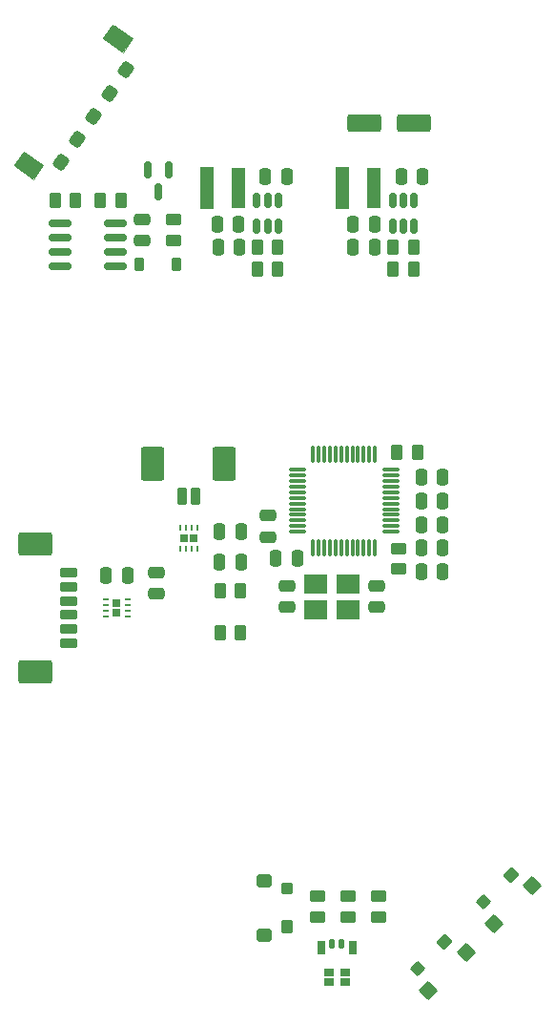
<source format=gbr>
G04 #@! TF.GenerationSoftware,KiCad,Pcbnew,9.0.0*
G04 #@! TF.CreationDate,2025-03-02T22:01:54-06:00*
G04 #@! TF.ProjectId,mobo,6d6f626f-2e6b-4696-9361-645f70636258,rev?*
G04 #@! TF.SameCoordinates,Original*
G04 #@! TF.FileFunction,Paste,Top*
G04 #@! TF.FilePolarity,Positive*
%FSLAX46Y46*%
G04 Gerber Fmt 4.6, Leading zero omitted, Abs format (unit mm)*
G04 Created by KiCad (PCBNEW 9.0.0) date 2025-03-02 22:01:54*
%MOMM*%
%LPD*%
G01*
G04 APERTURE LIST*
G04 Aperture macros list*
%AMRoundRect*
0 Rectangle with rounded corners*
0 $1 Rounding radius*
0 $2 $3 $4 $5 $6 $7 $8 $9 X,Y pos of 4 corners*
0 Add a 4 corners polygon primitive as box body*
4,1,4,$2,$3,$4,$5,$6,$7,$8,$9,$2,$3,0*
0 Add four circle primitives for the rounded corners*
1,1,$1+$1,$2,$3*
1,1,$1+$1,$4,$5*
1,1,$1+$1,$6,$7*
1,1,$1+$1,$8,$9*
0 Add four rect primitives between the rounded corners*
20,1,$1+$1,$2,$3,$4,$5,0*
20,1,$1+$1,$4,$5,$6,$7,0*
20,1,$1+$1,$6,$7,$8,$9,0*
20,1,$1+$1,$8,$9,$2,$3,0*%
G04 Aperture macros list end*
%ADD10C,0.120000*%
%ADD11RoundRect,0.250000X0.262500X0.450000X-0.262500X0.450000X-0.262500X-0.450000X0.262500X-0.450000X0*%
%ADD12RoundRect,0.250000X0.250000X0.475000X-0.250000X0.475000X-0.250000X-0.475000X0.250000X-0.475000X0*%
%ADD13RoundRect,0.250000X-0.250000X-0.475000X0.250000X-0.475000X0.250000X0.475000X-0.250000X0.475000X0*%
%ADD14RoundRect,0.100000X-0.250000X-0.500000X0.250000X-0.500000X0.250000X0.500000X-0.250000X0.500000X0*%
%ADD15RoundRect,0.100000X-0.150000X-0.300000X0.150000X-0.300000X0.150000X0.300000X-0.150000X0.300000X0*%
%ADD16R,0.750000X0.650000*%
%ADD17RoundRect,0.062500X-0.187500X-0.062500X0.187500X-0.062500X0.187500X0.062500X-0.187500X0.062500X0*%
%ADD18RoundRect,0.250000X-0.450000X0.262500X-0.450000X-0.262500X0.450000X-0.262500X0.450000X0.262500X0*%
%ADD19RoundRect,0.250000X-0.262500X-0.450000X0.262500X-0.450000X0.262500X0.450000X-0.262500X0.450000X0*%
%ADD20RoundRect,0.225000X0.225000X0.375000X-0.225000X0.375000X-0.225000X-0.375000X0.225000X-0.375000X0*%
%ADD21RoundRect,0.250000X0.450000X-0.262500X0.450000X0.262500X-0.450000X0.262500X-0.450000X-0.262500X0*%
%ADD22RoundRect,0.075000X0.075000X-0.662500X0.075000X0.662500X-0.075000X0.662500X-0.075000X-0.662500X0*%
%ADD23RoundRect,0.075000X0.662500X-0.075000X0.662500X0.075000X-0.662500X0.075000X-0.662500X-0.075000X0*%
%ADD24R,1.200000X3.600000*%
%ADD25R,1.200000X3.700000*%
%ADD26R,2.100000X1.800000*%
%ADD27RoundRect,0.150000X-0.150000X0.587500X-0.150000X-0.587500X0.150000X-0.587500X0.150000X0.587500X0*%
%ADD28RoundRect,0.250000X-0.475000X0.250000X-0.475000X-0.250000X0.475000X-0.250000X0.475000X0.250000X0*%
%ADD29RoundRect,0.125000X-0.053033X-0.583363X0.583363X0.053033X0.053033X0.583363X-0.583363X-0.053033X0*%
%ADD30RoundRect,0.125000X-0.017678X-0.548008X0.548008X0.017678X0.017678X0.548008X-0.548008X-0.017678X0*%
%ADD31RoundRect,0.150000X-0.035355X0.671751X-0.671751X0.035355X0.035355X-0.671751X0.671751X-0.035355X0*%
%ADD32RoundRect,0.250000X-1.250000X-0.550000X1.250000X-0.550000X1.250000X0.550000X-1.250000X0.550000X0*%
%ADD33R,0.650000X0.750000*%
%ADD34RoundRect,0.062500X-0.062500X0.187500X-0.062500X-0.187500X0.062500X-0.187500X0.062500X0.187500X0*%
%ADD35RoundRect,0.200000X-0.600000X0.200000X-0.600000X-0.200000X0.600000X-0.200000X0.600000X0.200000X0*%
%ADD36RoundRect,0.250001X-1.249999X0.799999X-1.249999X-0.799999X1.249999X-0.799999X1.249999X0.799999X0*%
%ADD37RoundRect,0.125000X-0.375000X0.450000X-0.375000X-0.450000X0.375000X-0.450000X0.375000X0.450000X0*%
%ADD38RoundRect,0.125000X-0.375000X0.400000X-0.375000X-0.400000X0.375000X-0.400000X0.375000X0.400000X0*%
%ADD39RoundRect,0.150000X0.500000X-0.450000X0.500000X0.450000X-0.500000X0.450000X-0.500000X-0.450000X0*%
%ADD40RoundRect,0.200000X0.200000X0.600000X-0.200000X0.600000X-0.200000X-0.600000X0.200000X-0.600000X0*%
%ADD41RoundRect,0.250001X0.799999X1.249999X-0.799999X1.249999X-0.799999X-1.249999X0.799999X-1.249999X0*%
%ADD42RoundRect,0.150000X0.825000X0.150000X-0.825000X0.150000X-0.825000X-0.150000X0.825000X-0.150000X0*%
%ADD43RoundRect,0.150000X0.150000X-0.512500X0.150000X0.512500X-0.150000X0.512500X-0.150000X-0.512500X0*%
%ADD44RoundRect,0.250000X0.475000X-0.250000X0.475000X0.250000X-0.475000X0.250000X-0.475000X-0.250000X0*%
%ADD45RoundRect,0.287500X-0.027585X0.461846X-0.443428X-0.132039X0.027585X-0.461846X0.443428X0.132039X0*%
%ADD46RoundRect,0.150000X-0.413570X1.022049X-1.101862X0.039067X0.413570X-1.022049X1.101862X-0.039067X0*%
%ADD47R,0.850000X0.650000*%
G04 APERTURE END LIST*
D10*
X104780745Y-42540040D02*
X103920380Y-43768768D01*
X102179682Y-42549918D01*
X103040047Y-41321190D01*
X104780745Y-42540040D01*
G36*
X104780745Y-42540040D02*
G01*
X103920380Y-43768768D01*
X102179682Y-42549918D01*
X103040047Y-41321190D01*
X104780745Y-42540040D01*
G37*
X112716578Y-31250081D02*
X111856214Y-32478809D01*
X110115516Y-31259959D01*
X110975880Y-30031231D01*
X112716578Y-31250081D01*
G36*
X112716578Y-31250081D02*
G01*
X111856214Y-32478809D01*
X110115516Y-31259959D01*
X110975880Y-30031231D01*
X112716578Y-31250081D01*
G37*
D11*
X125612499Y-51750000D03*
X123787499Y-51750000D03*
D12*
X140250000Y-78600000D03*
X138350000Y-78600000D03*
D13*
X136550001Y-43500000D03*
X138449999Y-43500000D03*
D14*
X129450000Y-111900000D03*
D15*
X130450000Y-111625000D03*
X131250000Y-111625000D03*
D14*
X132250000Y-111900000D03*
D16*
X111300000Y-81400000D03*
X111300000Y-82200000D03*
D17*
X110350000Y-81050000D03*
X110350000Y-81550000D03*
X110350000Y-82050000D03*
X110350000Y-82550000D03*
X112250000Y-82550000D03*
X112250000Y-82050000D03*
X112250000Y-81550000D03*
X112250000Y-81050000D03*
D18*
X129100000Y-107387500D03*
X129100000Y-109212500D03*
D19*
X123787499Y-49750000D03*
X125612499Y-49750000D03*
D20*
X116600000Y-51300000D03*
X113300000Y-51300000D03*
D11*
X122312500Y-80300000D03*
X120487500Y-80300000D03*
D21*
X136350000Y-78362500D03*
X136350000Y-76537500D03*
D22*
X128736665Y-76449760D03*
X129236665Y-76449760D03*
X129736665Y-76449760D03*
X130236665Y-76449760D03*
X130736665Y-76449760D03*
X131236665Y-76449760D03*
X131736665Y-76449760D03*
X132236665Y-76449760D03*
X132736665Y-76449760D03*
X133236665Y-76449760D03*
X133736665Y-76449760D03*
X134236665Y-76449760D03*
D23*
X135649165Y-75037260D03*
X135649165Y-74537260D03*
X135649165Y-74037260D03*
X135649165Y-73537260D03*
X135649165Y-73037260D03*
X135649165Y-72537260D03*
X135649165Y-72037260D03*
X135649165Y-71537260D03*
X135649165Y-71037260D03*
X135649165Y-70537260D03*
X135649165Y-70037260D03*
X135649165Y-69537260D03*
D22*
X134236665Y-68124760D03*
X133736665Y-68124760D03*
X133236665Y-68124760D03*
X132736665Y-68124760D03*
X132236665Y-68124760D03*
X131736665Y-68124760D03*
X131236665Y-68124760D03*
X130736665Y-68124760D03*
X130236665Y-68124760D03*
X129736665Y-68124760D03*
X129236665Y-68124760D03*
X128736665Y-68124760D03*
D23*
X127324165Y-69537260D03*
X127324165Y-70037260D03*
X127324165Y-70537260D03*
X127324165Y-71037260D03*
X127324165Y-71537260D03*
X127324165Y-72037260D03*
X127324165Y-72537260D03*
X127324165Y-73037260D03*
X127324165Y-73537260D03*
X127324165Y-74037260D03*
X127324165Y-74537260D03*
X127324165Y-75037260D03*
D24*
X134150000Y-44500000D03*
D25*
X131350000Y-44500000D03*
D18*
X131850000Y-107387500D03*
X131850000Y-109212500D03*
X134600000Y-107387500D03*
X134600000Y-109212500D03*
D26*
X128962260Y-81938095D03*
X131862260Y-81938095D03*
X131862260Y-79638095D03*
X128962260Y-79638095D03*
D13*
X120300000Y-49750000D03*
X122200000Y-49750000D03*
X132300001Y-47750000D03*
X134199999Y-47750000D03*
D12*
X140250000Y-70200000D03*
X138350000Y-70200000D03*
D13*
X132300001Y-49750000D03*
X134199999Y-49750000D03*
D12*
X122350000Y-75000000D03*
X120450000Y-75000000D03*
D27*
X115950000Y-42962500D03*
X114050000Y-42962500D03*
X115000000Y-44837500D03*
D28*
X124750000Y-73600000D03*
X124750000Y-75500000D03*
D29*
X140412132Y-111407969D03*
D30*
X138007969Y-113812132D03*
D31*
X138927208Y-115721320D03*
X142321320Y-112327208D03*
D11*
X122312500Y-84000000D03*
X120487500Y-84000000D03*
D32*
X133300000Y-38800000D03*
X137700000Y-38800000D03*
D33*
X118100000Y-75600000D03*
X117300000Y-75600000D03*
D34*
X118450000Y-74650000D03*
X117950000Y-74650000D03*
X117450000Y-74650000D03*
X116950000Y-74650000D03*
X116950000Y-76550000D03*
X117450000Y-76550000D03*
X117950000Y-76550000D03*
X118450000Y-76550000D03*
D19*
X105837500Y-45650000D03*
X107662500Y-45650000D03*
D35*
X107000000Y-78675000D03*
X107000000Y-79925000D03*
X107000000Y-81175000D03*
X107000000Y-82425000D03*
X107000000Y-83675000D03*
X107000000Y-84925000D03*
D36*
X104100000Y-76125000D03*
X104100000Y-87475000D03*
D12*
X140250000Y-72300000D03*
X138350000Y-72300000D03*
X122350000Y-77700000D03*
X120450000Y-77700000D03*
D37*
X126400000Y-110100000D03*
D38*
X126400000Y-106700000D03*
D39*
X124400000Y-106000000D03*
X124400000Y-110800000D03*
D19*
X135837500Y-49750000D03*
X137662500Y-49750000D03*
D28*
X113600000Y-47300000D03*
X113600000Y-49200000D03*
D40*
X118325000Y-71900000D03*
X117075000Y-71900000D03*
D41*
X120875000Y-69000000D03*
X114525000Y-69000000D03*
D24*
X122099999Y-44500000D03*
D25*
X119299999Y-44500000D03*
D42*
X111225000Y-51455000D03*
X111225000Y-50185000D03*
X111225000Y-48915000D03*
X111225000Y-47645000D03*
X106275000Y-47645000D03*
X106275000Y-48915000D03*
X106275000Y-50185000D03*
X106275000Y-51455000D03*
D21*
X116350000Y-49162500D03*
X116350000Y-47337500D03*
D19*
X136187500Y-68000000D03*
X138012500Y-68000000D03*
D13*
X125450000Y-77400000D03*
X127350000Y-77400000D03*
D11*
X137662500Y-51750000D03*
X135837500Y-51750000D03*
D13*
X120249999Y-47750000D03*
X122149999Y-47750000D03*
D19*
X109837500Y-45650000D03*
X111662500Y-45650000D03*
D12*
X112250000Y-78900000D03*
X110350000Y-78900000D03*
D43*
X135800000Y-47887500D03*
X136750000Y-47887500D03*
X137700000Y-47887500D03*
X137700000Y-45612500D03*
X136750000Y-45612500D03*
X135800000Y-45612500D03*
D44*
X126412260Y-81738095D03*
X126412260Y-79838095D03*
D12*
X140250000Y-74400000D03*
X138350000Y-74400000D03*
D43*
X123749999Y-47887500D03*
X124699999Y-47887500D03*
X125649999Y-47887500D03*
X125649999Y-45612500D03*
X124699999Y-45612500D03*
X123749999Y-45612500D03*
D45*
X112138626Y-34080447D03*
X110704684Y-36128327D03*
X109270743Y-38176207D03*
X107836802Y-40224087D03*
X106402861Y-42271967D03*
D46*
X111405808Y-31247851D03*
X103490453Y-42552149D03*
D28*
X134412260Y-79838095D03*
X134412260Y-81738095D03*
D47*
X131575000Y-114125000D03*
X131575000Y-114975000D03*
X130125000Y-114975000D03*
X130125000Y-114125000D03*
D12*
X140250000Y-76500000D03*
X138350000Y-76500000D03*
D29*
X146312132Y-105507969D03*
D30*
X143907969Y-107912132D03*
D31*
X144827208Y-109821320D03*
X148221320Y-106427208D03*
D13*
X124500000Y-43500000D03*
X126399998Y-43500000D03*
D28*
X114800000Y-78650000D03*
X114800000Y-80550000D03*
M02*

</source>
